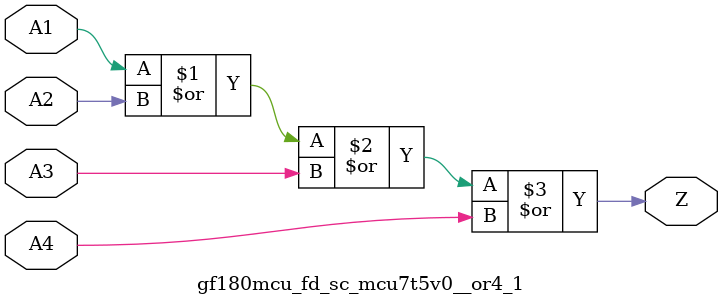
<source format=v>

module gf180mcu_fd_sc_mcu7t5v0__or4_1( A1, A2, A3, A4, Z );
input A1, A2, A3, A4;
output Z;

	or MGM_BG_0( Z, A1, A2, A3, A4 );

endmodule

</source>
